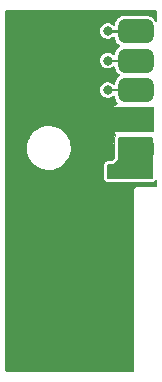
<source format=gbr>
G04 #@! TF.GenerationSoftware,KiCad,Pcbnew,(6.0.1-0)*
G04 #@! TF.CreationDate,2022-12-09T09:33:06-05:00*
G04 #@! TF.ProjectId,feederFloor,66656564-6572-4466-9c6f-6f722e6b6963,rev?*
G04 #@! TF.SameCoordinates,Original*
G04 #@! TF.FileFunction,Copper,L2,Bot*
G04 #@! TF.FilePolarity,Positive*
%FSLAX46Y46*%
G04 Gerber Fmt 4.6, Leading zero omitted, Abs format (unit mm)*
G04 Created by KiCad (PCBNEW (6.0.1-0)) date 2022-12-09 09:33:06*
%MOMM*%
%LPD*%
G01*
G04 APERTURE LIST*
G04 Aperture macros list*
%AMRoundRect*
0 Rectangle with rounded corners*
0 $1 Rounding radius*
0 $2 $3 $4 $5 $6 $7 $8 $9 X,Y pos of 4 corners*
0 Add a 4 corners polygon primitive as box body*
4,1,4,$2,$3,$4,$5,$6,$7,$8,$9,$2,$3,0*
0 Add four circle primitives for the rounded corners*
1,1,$1+$1,$2,$3*
1,1,$1+$1,$4,$5*
1,1,$1+$1,$6,$7*
1,1,$1+$1,$8,$9*
0 Add four rect primitives between the rounded corners*
20,1,$1+$1,$2,$3,$4,$5,0*
20,1,$1+$1,$4,$5,$6,$7,0*
20,1,$1+$1,$6,$7,$8,$9,0*
20,1,$1+$1,$8,$9,$2,$3,0*%
G04 Aperture macros list end*
G04 #@! TA.AperFunction,SMDPad,CuDef*
%ADD10RoundRect,0.500000X-1.000000X0.500000X-1.000000X-0.500000X1.000000X-0.500000X1.000000X0.500000X0*%
G04 #@! TD*
G04 #@! TA.AperFunction,ViaPad*
%ADD11C,0.800000*%
G04 #@! TD*
G04 #@! TA.AperFunction,Conductor*
%ADD12C,0.250000*%
G04 #@! TD*
G04 #@! TA.AperFunction,Conductor*
%ADD13C,0.200000*%
G04 #@! TD*
G04 APERTURE END LIST*
D10*
X32550114Y-27113687D03*
X32550114Y-29613687D03*
X32550114Y-32113687D03*
X32550114Y-34613687D03*
X32550114Y-37113687D03*
D11*
X30200000Y-36600000D03*
X30200000Y-34250000D03*
X31750000Y-49400000D03*
X30200000Y-35400000D03*
X31800000Y-52300000D03*
X22100000Y-49400000D03*
X22100000Y-52300000D03*
X30200000Y-27100000D03*
X30850000Y-39000000D03*
X33350000Y-39000000D03*
X32050000Y-39000000D03*
X30200000Y-29600000D03*
X30200000Y-32100000D03*
D12*
X30213687Y-27113687D02*
X32550114Y-27113687D01*
X30200000Y-27100000D02*
X30213687Y-27113687D01*
D13*
X30213687Y-29613687D02*
X32550114Y-29613687D01*
X30200000Y-29600000D02*
X30213687Y-29613687D01*
X30200000Y-32100000D02*
X30213687Y-32113687D01*
X30213687Y-32113687D02*
X32550114Y-32113687D01*
G04 #@! TA.AperFunction,Conductor*
G36*
X34359305Y-25382594D02*
G01*
X34395269Y-25432094D01*
X34400114Y-25462687D01*
X34400114Y-26212879D01*
X34381207Y-26271070D01*
X34331707Y-26307034D01*
X34270521Y-26307034D01*
X34221021Y-26271070D01*
X34216929Y-26264974D01*
X34145305Y-26149231D01*
X34142280Y-26144342D01*
X34023321Y-26025590D01*
X34022495Y-26024765D01*
X34022491Y-26024762D01*
X34018425Y-26020703D01*
X34013533Y-26017687D01*
X34013531Y-26017686D01*
X33875262Y-25932457D01*
X33869448Y-25928873D01*
X33863994Y-25927064D01*
X33863992Y-25927063D01*
X33708470Y-25875478D01*
X33708471Y-25875478D01*
X33703342Y-25873777D01*
X33599980Y-25863187D01*
X31500248Y-25863187D01*
X31497698Y-25863452D01*
X31497690Y-25863452D01*
X31400987Y-25873486D01*
X31400982Y-25873487D01*
X31395595Y-25874046D01*
X31229585Y-25929431D01*
X31224698Y-25932455D01*
X31224694Y-25932457D01*
X31139272Y-25985318D01*
X31080769Y-26021521D01*
X31076707Y-26025590D01*
X30961192Y-26141306D01*
X30961189Y-26141310D01*
X30957130Y-26145376D01*
X30865300Y-26294353D01*
X30810204Y-26460459D01*
X30809653Y-26465837D01*
X30800658Y-26553635D01*
X30775919Y-26609596D01*
X30723011Y-26640327D01*
X30662145Y-26634091D01*
X30636316Y-26617462D01*
X30627487Y-26609596D01*
X30573976Y-26561919D01*
X30561462Y-26555293D01*
X30440105Y-26491037D01*
X30440102Y-26491036D01*
X30434831Y-26488245D01*
X30345620Y-26465837D01*
X30287918Y-26451343D01*
X30287915Y-26451343D01*
X30282128Y-26449889D01*
X30202564Y-26449473D01*
X30130650Y-26449096D01*
X30130648Y-26449096D01*
X30124684Y-26449065D01*
X29971588Y-26485820D01*
X29899035Y-26523267D01*
X29836985Y-26555293D01*
X29836983Y-26555295D01*
X29831679Y-26558032D01*
X29713034Y-26661533D01*
X29622501Y-26790348D01*
X29565309Y-26937039D01*
X29544758Y-27093138D01*
X29562035Y-27249633D01*
X29616143Y-27397490D01*
X29619472Y-27402444D01*
X29700629Y-27523219D01*
X29700632Y-27523223D01*
X29703958Y-27528172D01*
X29708369Y-27532186D01*
X29708371Y-27532188D01*
X29805148Y-27620248D01*
X29820410Y-27634135D01*
X29874591Y-27663553D01*
X29953530Y-27706414D01*
X29953532Y-27706415D01*
X29958776Y-27709262D01*
X30038534Y-27730186D01*
X30105300Y-27747702D01*
X30105304Y-27747702D01*
X30111069Y-27749215D01*
X30117030Y-27749309D01*
X30117033Y-27749309D01*
X30189782Y-27750452D01*
X30268495Y-27751688D01*
X30285899Y-27747702D01*
X30416149Y-27717871D01*
X30416151Y-27717870D01*
X30421968Y-27716538D01*
X30427299Y-27713857D01*
X30557299Y-27648474D01*
X30557301Y-27648473D01*
X30562625Y-27645795D01*
X30636321Y-27582853D01*
X30692846Y-27559439D01*
X30752341Y-27573722D01*
X30792078Y-27620248D01*
X30799614Y-27658134D01*
X30799614Y-27663553D01*
X30799879Y-27666103D01*
X30799879Y-27666111D01*
X30809913Y-27762814D01*
X30809914Y-27762819D01*
X30810473Y-27768206D01*
X30865858Y-27934216D01*
X30868882Y-27939103D01*
X30868884Y-27939107D01*
X30910779Y-28006808D01*
X30957948Y-28083032D01*
X30962017Y-28087094D01*
X31077733Y-28202609D01*
X31077737Y-28202612D01*
X31081803Y-28206671D01*
X31086695Y-28209687D01*
X31086697Y-28209688D01*
X31199724Y-28279358D01*
X31239339Y-28325988D01*
X31243980Y-28386997D01*
X31211874Y-28439082D01*
X31199875Y-28447816D01*
X31080769Y-28521521D01*
X31076707Y-28525590D01*
X30961192Y-28641306D01*
X30961189Y-28641310D01*
X30957130Y-28645376D01*
X30865300Y-28794353D01*
X30810204Y-28960459D01*
X30809653Y-28965837D01*
X30800658Y-29053635D01*
X30775919Y-29109596D01*
X30723011Y-29140327D01*
X30662145Y-29134091D01*
X30636316Y-29117462D01*
X30627487Y-29109596D01*
X30573976Y-29061919D01*
X30561462Y-29055293D01*
X30440105Y-28991037D01*
X30440102Y-28991036D01*
X30434831Y-28988245D01*
X30345620Y-28965837D01*
X30287918Y-28951343D01*
X30287915Y-28951343D01*
X30282128Y-28949889D01*
X30202564Y-28949473D01*
X30130650Y-28949096D01*
X30130648Y-28949096D01*
X30124684Y-28949065D01*
X29971588Y-28985820D01*
X29899035Y-29023267D01*
X29836985Y-29055293D01*
X29836983Y-29055295D01*
X29831679Y-29058032D01*
X29713034Y-29161533D01*
X29622501Y-29290348D01*
X29565309Y-29437039D01*
X29544758Y-29593138D01*
X29562035Y-29749633D01*
X29616143Y-29897490D01*
X29619472Y-29902444D01*
X29700629Y-30023219D01*
X29700632Y-30023223D01*
X29703958Y-30028172D01*
X29708369Y-30032186D01*
X29708371Y-30032188D01*
X29805148Y-30120248D01*
X29820410Y-30134135D01*
X29874591Y-30163553D01*
X29953530Y-30206414D01*
X29953532Y-30206415D01*
X29958776Y-30209262D01*
X30038534Y-30230186D01*
X30105300Y-30247702D01*
X30105304Y-30247702D01*
X30111069Y-30249215D01*
X30117030Y-30249309D01*
X30117033Y-30249309D01*
X30189782Y-30250452D01*
X30268495Y-30251688D01*
X30285899Y-30247702D01*
X30416149Y-30217871D01*
X30416151Y-30217870D01*
X30421968Y-30216538D01*
X30427299Y-30213857D01*
X30557299Y-30148474D01*
X30557301Y-30148473D01*
X30562625Y-30145795D01*
X30636321Y-30082853D01*
X30692846Y-30059439D01*
X30752341Y-30073722D01*
X30792078Y-30120248D01*
X30799614Y-30158134D01*
X30799614Y-30163553D01*
X30799879Y-30166103D01*
X30799879Y-30166111D01*
X30809913Y-30262814D01*
X30809914Y-30262819D01*
X30810473Y-30268206D01*
X30865858Y-30434216D01*
X30868882Y-30439103D01*
X30868884Y-30439107D01*
X30910779Y-30506808D01*
X30957948Y-30583032D01*
X30962017Y-30587094D01*
X31077733Y-30702609D01*
X31077737Y-30702612D01*
X31081803Y-30706671D01*
X31086695Y-30709687D01*
X31086697Y-30709688D01*
X31199724Y-30779358D01*
X31239339Y-30825988D01*
X31243980Y-30886997D01*
X31211874Y-30939082D01*
X31199875Y-30947816D01*
X31080769Y-31021521D01*
X31076707Y-31025590D01*
X30961192Y-31141306D01*
X30961189Y-31141310D01*
X30957130Y-31145376D01*
X30865300Y-31294353D01*
X30810204Y-31460459D01*
X30809653Y-31465837D01*
X30800658Y-31553635D01*
X30775919Y-31609596D01*
X30723011Y-31640327D01*
X30662145Y-31634091D01*
X30636316Y-31617462D01*
X30627487Y-31609596D01*
X30573976Y-31561919D01*
X30561462Y-31555293D01*
X30440105Y-31491037D01*
X30440102Y-31491036D01*
X30434831Y-31488245D01*
X30345620Y-31465837D01*
X30287918Y-31451343D01*
X30287915Y-31451343D01*
X30282128Y-31449889D01*
X30202564Y-31449473D01*
X30130650Y-31449096D01*
X30130648Y-31449096D01*
X30124684Y-31449065D01*
X29971588Y-31485820D01*
X29899035Y-31523267D01*
X29836985Y-31555293D01*
X29836983Y-31555295D01*
X29831679Y-31558032D01*
X29713034Y-31661533D01*
X29622501Y-31790348D01*
X29565309Y-31937039D01*
X29544758Y-32093138D01*
X29562035Y-32249633D01*
X29616143Y-32397490D01*
X29619472Y-32402444D01*
X29700629Y-32523219D01*
X29700632Y-32523223D01*
X29703958Y-32528172D01*
X29708369Y-32532186D01*
X29708371Y-32532188D01*
X29805148Y-32620248D01*
X29820410Y-32634135D01*
X29874591Y-32663553D01*
X29953530Y-32706414D01*
X29953532Y-32706415D01*
X29958776Y-32709262D01*
X30038534Y-32730186D01*
X30105300Y-32747702D01*
X30105304Y-32747702D01*
X30111069Y-32749215D01*
X30117030Y-32749309D01*
X30117033Y-32749309D01*
X30189782Y-32750452D01*
X30268495Y-32751688D01*
X30285899Y-32747702D01*
X30416149Y-32717871D01*
X30416151Y-32717870D01*
X30421968Y-32716538D01*
X30427299Y-32713857D01*
X30557299Y-32648474D01*
X30557301Y-32648473D01*
X30562625Y-32645795D01*
X30636321Y-32582853D01*
X30692846Y-32559439D01*
X30752341Y-32573722D01*
X30792078Y-32620248D01*
X30799614Y-32658134D01*
X30799614Y-32663553D01*
X30799879Y-32666103D01*
X30799879Y-32666111D01*
X30809913Y-32762814D01*
X30809914Y-32762819D01*
X30810473Y-32768206D01*
X30865858Y-32934216D01*
X30868882Y-32939103D01*
X30868884Y-32939107D01*
X30910779Y-33006808D01*
X30957948Y-33083032D01*
X30962018Y-33087095D01*
X31000898Y-33125908D01*
X31028723Y-33180401D01*
X31019203Y-33240841D01*
X30986028Y-33278239D01*
X30911234Y-33328309D01*
X30903790Y-33334423D01*
X30770850Y-33467363D01*
X30764736Y-33474808D01*
X30714399Y-33550000D01*
X29500000Y-33550000D01*
X29500000Y-36950000D01*
X30600000Y-36950000D01*
X30819490Y-35808651D01*
X30873684Y-35862845D01*
X30901461Y-35917362D01*
X30891890Y-35977794D01*
X30883980Y-35990753D01*
X30880254Y-35995921D01*
X30875341Y-36001012D01*
X30859712Y-36030890D01*
X30856090Y-36037816D01*
X30830129Y-36087446D01*
X30810127Y-36155567D01*
X30800000Y-36226000D01*
X30800000Y-36556272D01*
X30799872Y-36561308D01*
X30799614Y-36563821D01*
X30799614Y-37663553D01*
X30799872Y-37666037D01*
X30800000Y-37671009D01*
X30800000Y-37818869D01*
X30781093Y-37877060D01*
X30775505Y-37884061D01*
X30616140Y-38066192D01*
X30563592Y-38097534D01*
X30541635Y-38100000D01*
X30226000Y-38100000D01*
X30190260Y-38103842D01*
X30175482Y-38105431D01*
X30175480Y-38105431D01*
X30172860Y-38105713D01*
X30170290Y-38106272D01*
X30170284Y-38106273D01*
X30121804Y-38116819D01*
X30121795Y-38116821D01*
X30120518Y-38117099D01*
X30094709Y-38124179D01*
X30009943Y-38172448D01*
X29956287Y-38218941D01*
X29925341Y-38251012D01*
X29922061Y-38257283D01*
X29922060Y-38257284D01*
X29920290Y-38260669D01*
X29880129Y-38337446D01*
X29878759Y-38342111D01*
X29878758Y-38342114D01*
X29861123Y-38402174D01*
X29860127Y-38405567D01*
X29850000Y-38476000D01*
X29850000Y-39524000D01*
X29855713Y-39577140D01*
X29856272Y-39579710D01*
X29856273Y-39579716D01*
X29866819Y-39628196D01*
X29867099Y-39629482D01*
X29874179Y-39655291D01*
X29922448Y-39740057D01*
X29968941Y-39793713D01*
X30001012Y-39824659D01*
X30007283Y-39827939D01*
X30007284Y-39827940D01*
X30083138Y-39867618D01*
X30083142Y-39867619D01*
X30087446Y-39869871D01*
X30092111Y-39871241D01*
X30092114Y-39871242D01*
X30152174Y-39888877D01*
X30152178Y-39888878D01*
X30155567Y-39889873D01*
X30202383Y-39896604D01*
X30222493Y-39899496D01*
X30222496Y-39899496D01*
X30226000Y-39900000D01*
X33924000Y-39900000D01*
X33959740Y-39896158D01*
X33974518Y-39894569D01*
X33974520Y-39894569D01*
X33977140Y-39894287D01*
X33979710Y-39893728D01*
X33979716Y-39893727D01*
X34028196Y-39883181D01*
X34028205Y-39883179D01*
X34029482Y-39882901D01*
X34055291Y-39875821D01*
X34140057Y-39827552D01*
X34193713Y-39781059D01*
X34224659Y-39748988D01*
X34225127Y-39749440D01*
X34270187Y-39716457D01*
X34331372Y-39716239D01*
X34380999Y-39752027D01*
X34400114Y-39810502D01*
X34400114Y-40251000D01*
X34381207Y-40309191D01*
X34331707Y-40345155D01*
X34301114Y-40350000D01*
X32684492Y-40350000D01*
X32665177Y-40348098D01*
X32650116Y-40345102D01*
X32625491Y-40350000D01*
X32625490Y-40350000D01*
X32625485Y-40350001D01*
X32608211Y-40353437D01*
X32566974Y-40361639D01*
X32566973Y-40361639D01*
X32552571Y-40364504D01*
X32552570Y-40364505D01*
X32552569Y-40364505D01*
X32469874Y-40419760D01*
X32414619Y-40502455D01*
X32395216Y-40600000D01*
X32397119Y-40609564D01*
X32398211Y-40615054D01*
X32400114Y-40634370D01*
X32400113Y-40835495D01*
X32400003Y-55851001D01*
X32381095Y-55909191D01*
X32331595Y-55945155D01*
X32301003Y-55950000D01*
X21599001Y-55950000D01*
X21540810Y-55931093D01*
X21504846Y-55881593D01*
X21500001Y-55851000D01*
X21500070Y-37042095D01*
X23345028Y-37042095D01*
X23345368Y-37045657D01*
X23345368Y-37045664D01*
X23362922Y-37229648D01*
X23370534Y-37309431D01*
X23434364Y-37570285D01*
X23535182Y-37819192D01*
X23670875Y-38050938D01*
X23673110Y-38053733D01*
X23673113Y-38053737D01*
X23715127Y-38106273D01*
X23838601Y-38260669D01*
X24034846Y-38443991D01*
X24255499Y-38597064D01*
X24377066Y-38657542D01*
X24492723Y-38715081D01*
X24492728Y-38715083D01*
X24495938Y-38716680D01*
X24499349Y-38717798D01*
X24499351Y-38717799D01*
X24747721Y-38799219D01*
X24747724Y-38799220D01*
X24751126Y-38800335D01*
X25015717Y-38846276D01*
X25064761Y-38848717D01*
X25099335Y-38850439D01*
X25099348Y-38850439D01*
X25100567Y-38850500D01*
X25268223Y-38850500D01*
X25467846Y-38836016D01*
X25730080Y-38778120D01*
X25733429Y-38776851D01*
X25733433Y-38776850D01*
X25835087Y-38738337D01*
X25981211Y-38682975D01*
X26135879Y-38597064D01*
X26212837Y-38554318D01*
X26212841Y-38554315D01*
X26215976Y-38552574D01*
X26316313Y-38476000D01*
X26426607Y-38391826D01*
X26426609Y-38391825D01*
X26429458Y-38389650D01*
X26617185Y-38197614D01*
X26775225Y-37980491D01*
X26829643Y-37877060D01*
X26898595Y-37746002D01*
X26900265Y-37742828D01*
X26989688Y-37489603D01*
X27025904Y-37305861D01*
X27040925Y-37229648D01*
X27041620Y-37226122D01*
X27054972Y-36957905D01*
X27054632Y-36954343D01*
X27054632Y-36954336D01*
X27029807Y-36694139D01*
X27029806Y-36694134D01*
X27029466Y-36690569D01*
X26965636Y-36429715D01*
X26864818Y-36180808D01*
X26812886Y-36092114D01*
X26730936Y-35952155D01*
X26729125Y-35949062D01*
X26724992Y-35943893D01*
X26563634Y-35742126D01*
X26561399Y-35739331D01*
X26365154Y-35556009D01*
X26144501Y-35402936D01*
X25971812Y-35317025D01*
X25907277Y-35284919D01*
X25907272Y-35284917D01*
X25904062Y-35283320D01*
X25720515Y-35223150D01*
X25652279Y-35200781D01*
X25652276Y-35200780D01*
X25648874Y-35199665D01*
X25384283Y-35153724D01*
X25335239Y-35151283D01*
X25300665Y-35149561D01*
X25300652Y-35149561D01*
X25299433Y-35149500D01*
X25131777Y-35149500D01*
X24932154Y-35163984D01*
X24669920Y-35221880D01*
X24666571Y-35223149D01*
X24666567Y-35223150D01*
X24564913Y-35261663D01*
X24418789Y-35317025D01*
X24288411Y-35389444D01*
X24187163Y-35445682D01*
X24187159Y-35445685D01*
X24184024Y-35447426D01*
X24181174Y-35449601D01*
X24181171Y-35449603D01*
X24000024Y-35587850D01*
X23970542Y-35610350D01*
X23782815Y-35802386D01*
X23624775Y-36019509D01*
X23623111Y-36022672D01*
X23623109Y-36022675D01*
X23571632Y-36120518D01*
X23499735Y-36257172D01*
X23410312Y-36510397D01*
X23409618Y-36513919D01*
X23409617Y-36513922D01*
X23364479Y-36742934D01*
X23358380Y-36773878D01*
X23345028Y-37042095D01*
X21500070Y-37042095D01*
X21500113Y-25462687D01*
X21519021Y-25404496D01*
X21568521Y-25368532D01*
X21599113Y-25363687D01*
X34301114Y-25363687D01*
X34359305Y-25382594D01*
G37*
G04 #@! TD.AperFunction*
G04 #@! TA.AperFunction,Conductor*
G36*
X34100000Y-35650000D02*
G01*
X30850000Y-35650000D01*
X30600000Y-36950000D01*
X29500000Y-36950000D01*
X29500000Y-33550000D01*
X34100000Y-33550000D01*
X34100000Y-35650000D01*
G37*
G04 #@! TD.AperFunction*
G04 #@! TA.AperFunction,Conductor*
G36*
X33992121Y-36120002D02*
G01*
X34038614Y-36173658D01*
X34050000Y-36226000D01*
X34050000Y-39524000D01*
X34029998Y-39592121D01*
X33976342Y-39638614D01*
X33924000Y-39650000D01*
X30226000Y-39650000D01*
X30157879Y-39629998D01*
X30111386Y-39576342D01*
X30100000Y-39524000D01*
X30100000Y-38476000D01*
X30120002Y-38407879D01*
X30173658Y-38361386D01*
X30226000Y-38350000D01*
X30700000Y-38350000D01*
X31050000Y-37950000D01*
X31050000Y-36226000D01*
X31070002Y-36157879D01*
X31123658Y-36111386D01*
X31176000Y-36100000D01*
X33924000Y-36100000D01*
X33992121Y-36120002D01*
G37*
G04 #@! TD.AperFunction*
M02*

</source>
